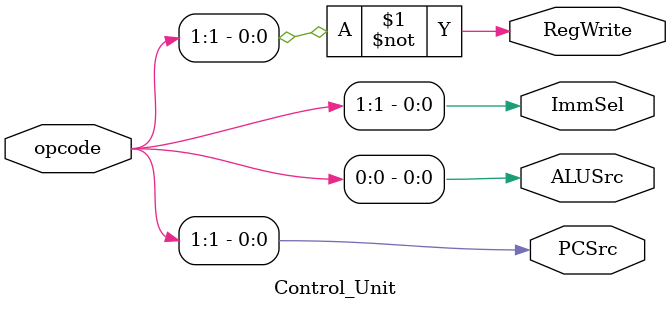
<source format=v>
`timescale 1ns / 1ps
module Control_Unit(
	input [1:0] opcode,
	output PCSrc, 
	output RegWrite, 
	output ALUSrc, 
	output ImmSel
    );

	assign PCSrc =  opcode[1];
	assign RegWrite = ~ opcode[1];
	assign ALUSrc = opcode[0];
	assign ImmSel = opcode[1];
	
endmodule

</source>
